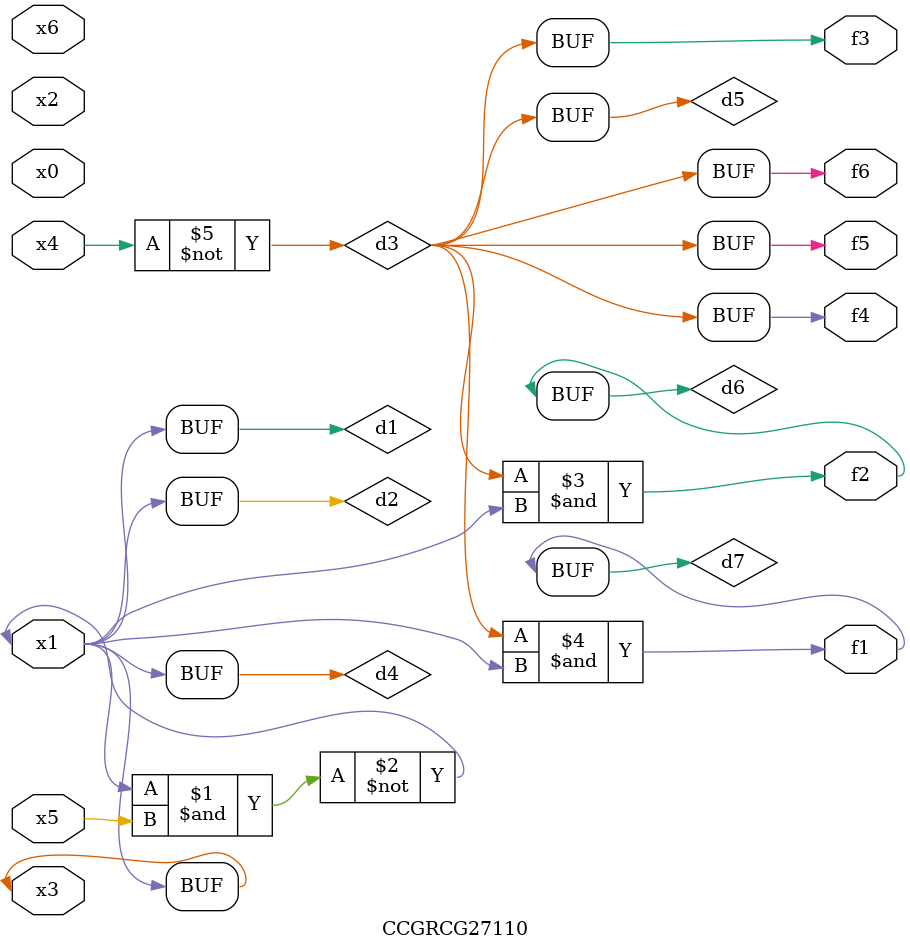
<source format=v>
module CCGRCG27110(
	input x0, x1, x2, x3, x4, x5, x6,
	output f1, f2, f3, f4, f5, f6
);

	wire d1, d2, d3, d4, d5, d6, d7;

	buf (d1, x1, x3);
	nand (d2, x1, x5);
	not (d3, x4);
	buf (d4, d1, d2);
	buf (d5, d3);
	and (d6, d3, d4);
	and (d7, d3, d4);
	assign f1 = d7;
	assign f2 = d6;
	assign f3 = d5;
	assign f4 = d5;
	assign f5 = d5;
	assign f6 = d5;
endmodule

</source>
